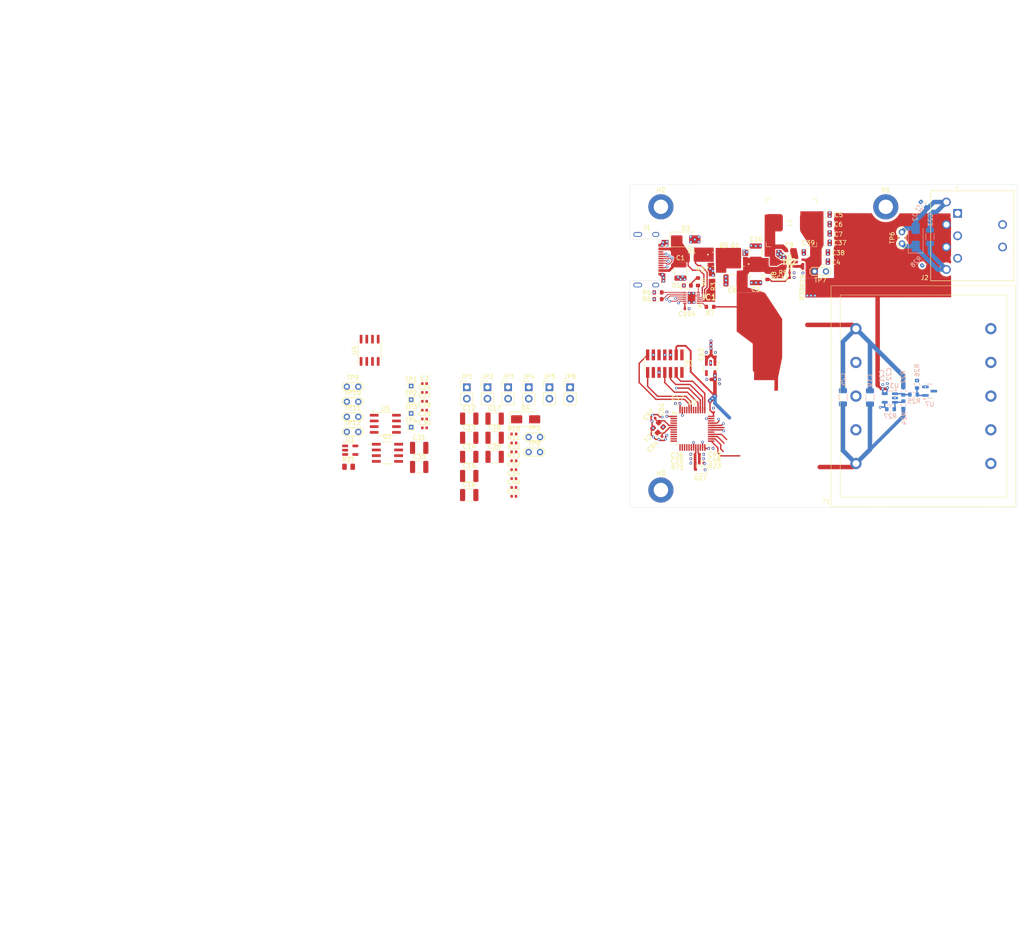
<source format=kicad_pcb>
(kicad_pcb
	(version 20241229)
	(generator "pcbnew")
	(generator_version "9.0")
	(general
		(thickness 1.6)
		(legacy_teardrops no)
	)
	(paper "A4")
	(layers
		(0 "F.Cu" signal)
		(4 "In1.Cu" signal)
		(6 "In2.Cu" signal)
		(2 "B.Cu" signal)
		(9 "F.Adhes" user "F.Adhesive")
		(11 "B.Adhes" user "B.Adhesive")
		(13 "F.Paste" user)
		(15 "B.Paste" user)
		(5 "F.SilkS" user "F.Silkscreen")
		(7 "B.SilkS" user "B.Silkscreen")
		(1 "F.Mask" user)
		(3 "B.Mask" user)
		(17 "Dwgs.User" user "User.Drawings")
		(19 "Cmts.User" user "User.Comments")
		(21 "Eco1.User" user "User.Eco1")
		(23 "Eco2.User" user "User.Eco2")
		(25 "Edge.Cuts" user)
		(27 "Margin" user)
		(31 "F.CrtYd" user "F.Courtyard")
		(29 "B.CrtYd" user "B.Courtyard")
		(35 "F.Fab" user)
		(33 "B.Fab" user)
		(39 "User.1" user)
		(41 "User.2" user)
		(43 "User.3" user)
		(45 "User.4" user)
	)
	(setup
		(stackup
			(layer "F.SilkS"
				(type "Top Silk Screen")
			)
			(layer "F.Paste"
				(type "Top Solder Paste")
			)
			(layer "F.Mask"
				(type "Top Solder Mask")
				(thickness 0.01)
			)
			(layer "F.Cu"
				(type "copper")
				(thickness 0.035)
			)
			(layer "dielectric 1"
				(type "prepreg")
				(thickness 0.1)
				(material "FR4")
				(epsilon_r 4.5)
				(loss_tangent 0.02)
			)
			(layer "In1.Cu"
				(type "copper")
				(thickness 0.035)
			)
			(layer "dielectric 2"
				(type "core")
				(thickness 1.24)
				(material "FR4")
				(epsilon_r 4.5)
				(loss_tangent 0.02)
			)
			(layer "In2.Cu"
				(type "copper")
				(thickness 0.035)
			)
			(layer "dielectric 3"
				(type "prepreg")
				(thickness 0.1)
				(material "FR4")
				(epsilon_r 4.5)
				(loss_tangent 0.02)
			)
			(layer "B.Cu"
				(type "copper")
				(thickness 0.035)
			)
			(layer "B.Mask"
				(type "Bottom Solder Mask")
				(thickness 0.01)
			)
			(layer "B.Paste"
				(type "Bottom Solder Paste")
			)
			(layer "B.SilkS"
				(type "Bottom Silk Screen")
			)
			(copper_finish "None")
			(dielectric_constraints no)
		)
		(pad_to_mask_clearance 0)
		(allow_soldermask_bridges_in_footprints no)
		(tenting front back)
		(pcbplotparams
			(layerselection 0x00000000_00000000_55555555_5755f5ff)
			(plot_on_all_layers_selection 0x00000000_00000000_00000000_00000000)
			(disableapertmacros no)
			(usegerberextensions no)
			(usegerberattributes yes)
			(usegerberadvancedattributes yes)
			(creategerberjobfile yes)
			(dashed_line_dash_ratio 12.000000)
			(dashed_line_gap_ratio 3.000000)
			(svgprecision 4)
			(plotframeref no)
			(mode 1)
			(useauxorigin no)
			(hpglpennumber 1)
			(hpglpenspeed 20)
			(hpglpendiameter 15.000000)
			(pdf_front_fp_property_popups yes)
			(pdf_back_fp_property_popups yes)
			(pdf_metadata yes)
			(pdf_single_document no)
			(dxfpolygonmode yes)
			(dxfimperialunits yes)
			(dxfusepcbnewfont yes)
			(psnegative no)
			(psa4output no)
			(plot_black_and_white yes)
			(sketchpadsonfab no)
			(plotpadnumbers no)
			(hidednponfab no)
			(sketchdnponfab yes)
			(crossoutdnponfab yes)
			(subtractmaskfromsilk no)
			(outputformat 1)
			(mirror no)
			(drillshape 1)
			(scaleselection 1)
			(outputdirectory "")
		)
	)
	(net 0 "")
	(net 1 "GND")
	(net 2 "V_USB")
	(net 3 "15V")
	(net 4 "5V")
	(net 5 "9VAC2")
	(net 6 "9VAC1")
	(net 7 "V_REF = 2.048 | 2.5 | 2.9")
	(net 8 "9VAC_OUT2")
	(net 9 "9VAC_OUT1")
	(net 10 "3.3V")
	(net 11 "VDDA")
	(net 12 "Net-(IC1-V5V)")
	(net 13 "Net-(D1-A)")
	(net 14 "Net-(IC1-VOUT)")
	(net 15 "Net-(IC1-VSEL)")
	(net 16 "unconnected-(IC1-FLIP-Pad6)")
	(net 17 "DN")
	(net 18 "Net-(IC1-PWR_EN)")
	(net 19 "Net-(IC1-LED)")
	(net 20 "Net-(IC1-VCC)")
	(net 21 "Net-(IC1-ISEL)")
	(net 22 "DP")
	(net 23 "CC1")
	(net 24 "CC2")
	(net 25 "unconnected-(J1-SBU1-PadA8)")
	(net 26 "unconnected-(J1-SBU2-PadB8)")
	(net 27 "NRST")
	(net 28 "JTDI")
	(net 29 "VCP_TX")
	(net 30 "unconnected-(J3-NC-Pad2)")
	(net 31 "JTMS")
	(net 32 "unconnected-(J3-NC-Pad1)")
	(net 33 "unconnected-(J3-JRCLK{slash}NC-Pad9)")
	(net 34 "VCP_RX")
	(net 35 "JTDO")
	(net 36 "Net-(Q1-Pad4)")
	(net 37 "Net-(Q1-Pad5_8)")
	(net 38 "G3")
	(net 39 "G4")
	(net 40 "G1")
	(net 41 "G2")
	(net 42 "Net-(U3-+)")
	(net 43 "Net-(U3--)")
	(net 44 "1.225V")
	(net 45 "OSC_OUT")
	(net 46 "PWM_G1")
	(net 47 "PWM_G2")
	(net 48 "PWM_G4")
	(net 49 "PWM_G3")
	(net 50 "unconnected-(U2-PA1-Pad9)")
	(net 51 "unconnected-(U2-PB9-Pad46)")
	(net 52 "unconnected-(U2-PC15-Pad4)")
	(net 53 "OSC_IN")
	(net 54 "unconnected-(U2-PA3-Pad11)")
	(net 55 "unconnected-(U2-PB4-Pad41)")
	(net 56 "unconnected-(U2-PB15-Pad29)")
	(net 57 "unconnected-(U2-PB0-Pad16)")
	(net 58 "unconnected-(U2-PB2-Pad18)")
	(net 59 "unconnected-(U2-PB5-Pad42)")
	(net 60 "9VAC_COMP_ADC")
	(net 61 "unconnected-(U2-PA2-Pad10)")
	(net 62 "unconnected-(U2-PA7-Pad15)")
	(net 63 "JTCLK")
	(net 64 "Net-(D4-A1)")
	(net 65 "unconnected-(U2-PA0-Pad8)")
	(net 66 "unconnected-(U2-PA6-Pad14)")
	(net 67 "unconnected-(U2-PC13-Pad2)")
	(net 68 "unconnected-(U2-PA12-Pad34)")
	(net 69 "Net-(JP1-A)")
	(net 70 "unconnected-(U2-PA5-Pad13)")
	(net 71 "unconnected-(U2-PB1-Pad17)")
	(net 72 "unconnected-(U2-PB10-Pad22)")
	(net 73 "unconnected-(U2-PC14-Pad3)")
	(net 74 "unconnected-(U2-PA4-Pad12)")
	(net 75 "ENABLE_DRVA")
	(net 76 "ENABLE_DRVB")
	(net 77 "CURRENT_COMP_ADC")
	(net 78 "unconnected-(U7-NC-Pad3)")
	(net 79 "unconnected-(U8-NC-Pad4)")
	(net 80 "Net-(D4-A2)")
	(net 81 "Net-(JP3-A)")
	(net 82 "Net-(IC2-SW)")
	(net 83 "Net-(IC2-VBST)")
	(net 84 "Net-(IC2-EN)")
	(net 85 "Net-(IC2-VFB)")
	(net 86 "Net-(U1-+)")
	(net 87 "Net-(JP4-A)")
	(net 88 "Net-(U4-OUTA)")
	(net 89 "Net-(U4-~{OUTB})")
	(net 90 "Net-(U5-OUTA)")
	(net 91 "Net-(U5-~{OUTB})")
	(net 92 "BOOT0")
	(footprint "custom:9VAC_TRANSF" (layer "F.Cu") (at 198.37 84.11))
	(footprint "Capacitor_SMD:C_1210_3225Metric" (layer "F.Cu") (at 103.0316 89.1208))
	(footprint "Capacitor_SMD:C_0805_2012Metric" (layer "F.Cu") (at 176.1823 54.18075))
	(footprint "Capacitor_SMD:C_0805_2012Metric" (layer "F.Cu") (at 176.5887 50.01515))
	(footprint "LED_SMD:LED_0603_1608Metric" (layer "F.Cu") (at 145.89 59.51))
	(footprint "Capacitor_SMD:C_0402_1005Metric" (layer "F.Cu") (at 107.2916 102.4608))
	(footprint "Capacitor_SMD:C_0402_1005Metric" (layer "F.Cu") (at 150.694499 80.3977 180))
	(footprint "ap33771c:SON40P300X300X80-15N-D" (layer "F.Cu") (at 146.8175 62.23675 180))
	(footprint "MountingHole:MountingHole_3.2mm_M3_DIN965_Pad_TopBottom" (layer "F.Cu") (at 190 42))
	(footprint "Resistor_SMD:R_0603_1608Metric" (layer "F.Cu") (at 139.3523 61.03875 180))
	(footprint "Capacitor_SMD:C_0805_2012Metric" (layer "F.Cu") (at 176.573499 43.71595))
	(footprint "Resistor_SMD:R_0402_1005Metric" (layer "F.Cu") (at 151.5951 57.738749 -90))
	(footprint "Capacitor_SMD:C_0402_1005Metric" (layer "F.Cu") (at 87.4366 85.2628))
	(footprint "Capacitor_SMD:C_0402_1005Metric" (layer "F.Cu") (at 149.0422 98.027))
	(footprint "Package_SO:SOIC-8_3.9x4.9mm_P1.27mm" (layer "F.Cu") (at 75.2348 73.914 90))
	(footprint "Resistor_SMD:R_0402_1005Metric" (layer "F.Cu") (at 171.5595 54.284349 -90))
	(footprint "Capacitor_SMD:C_0402_1005Metric" (layer "F.Cu") (at 138.3742 89.3402 45))
	(footprint "Resistor_SMD:R_0603_1608Metric" (layer "F.Cu") (at 146.8707 53.31715))
	(footprint "Connector_PinHeader_2.54mm:PinHeader_1x02_P2.54mm_Vertical" (layer "F.Cu") (at 101.4416 82.1508))
	(footprint "Resistor_SMD:R_0402_1005Metric" (layer "F.Cu") (at 171.5595 56.21275 -90))
	(footprint "TestPoint:TestPoint_THTPad_1.0x1.0mm_Drill0.5mm" (layer "F.Cu") (at 84.4766 84.9128))
	(footprint "Diode_SMD:D_SMA" (layer "F.Cu") (at 145.531099 49.25315))
	(footprint "Connector_PinHeader_2.54mm:PinHeader_1x02_P2.54mm_Vertical" (layer "F.Cu") (at 110.6216 82.1508))
	(footprint "Capacitor_SMD:C_0402_1005Metric" (layer "F.Cu") (at 150.084899 74.8605 90))
	(footprint "TestPoint:TestPoint_2Pads_Pitch2.54mm_Drill0.8mm" (layer "F.Cu") (at 70.1766 85.3628))
	(footprint "TestPoint:TestPoint_THTPad_1.0x1.0mm_Drill0.5mm" (layer "F.Cu") (at 84.4766 81.8628))
	(footprint "DI025N06PT:TRANS_DI025N06PT-AQ" (layer "F.Cu") (at 157.1055 53.68255 180))
	(footprint "Capacitor_SMD:C_0402_1005Metric" (layer "F.Cu") (at 87.4366 83.2928))
	(footprint "Connector_PinHeader_2.54mm:PinHeader_1x02_P2.54mm_Vertical" (layer "F.Cu") (at 96.8516 82.1508))
	(footprint "Capacitor_SMD:C_0402_1005Metric" (layer "F.Cu") (at 87.4366 87.2328))
	(footprint "Capacitor_SMD:C_0805_2012Metric" (layer "F.Cu") (at 172.7279 52.14875 180))
	(footprint "Capacitor_SMD:C_0402_1005Metric" (layer "F.Cu") (at 152.116899 74.8833 90))
	(footprint "Capacitor_SMD:C_0402_1005Metric" (layer "F.Cu") (at 147.1398 98.027 180))
	(footprint "Capacitor_SMD:C_1210_3225Metric" (layer "F.Cu") (at 97.3816 106.1208))
	(footprint "Resistor_SMD:R_0402_1005Metric" (layer "F.Cu") (at 149.0422 98.9922 180))
	(footprint "Capacitor_SMD:C_1210_3225Metric" (layer "F.Cu") (at 97.3816 101.8708))
	(footprint "Package_QFP:LQFP-48_7x7mm_P0.5mm"
		(layer "F.Cu")
		(uuid "591eea2c-7002-439b-99dd-a27b48041182")
		(at 147.0102 91.3722)
		(descr "LQFP, 48 Pin (JEDEC MS-026 variation BBC, 1.40mm body thickness, https://www.jedec.org/document_search?search_api_views_fulltext=MS-026, https://www.analog.com/media/en/package-pcb-resources/package/pkg_pdf/ltc-legacy-lqfp/05081760_a_lx48.pdf), generated with kicad-footprint-generator ipc_gullwing_generator.py")
		(tags "LQFP QFP CASE-932AA CASE-932-03 C48-1 C48-2 C48-3 C48-5 C48-6 C48-6C PT0048A")
		(property "Reference" "U2"
			(at 0 -5.85 0)
			(layer "F.SilkS")
			(uuid "a86a8554-a36c-49c7-9807-7aeef648cc4c")
			(effects
				(font
					(size 1 1)
					(thickness 0.15)
				)
			)
		)
		(property "Value" "STM32G474CBTx"
			(at 0 5.85 0)
			(layer "F.Fab")
			(uuid "ce8f97fb-2e74-440e-90c7-c1f0a5190e10")
			(effects
				(font
					(size 1 1)
					(thickness 0.15)
				)
			)
		)
		(property "Datasheet" "https://www.st.com/resource/en/datasheet/stm32g474cb.pdf"
			(at 0 0 0)
			(layer "F.Fab")
			(hide yes)
			(uuid "84f65c32-ceb6-448c-86ba-1a892f5c0bff")
			(effects
				(font
					(size 1.27 1.27)
					(thickness 0.15)
				)
			)
		)
		(property "Description" "STMicroelectronics Arm Cortex-M4 MCU, 128KB flash, 128KB RAM, 170 MHz, 1.71-3.6V, 38 GPIO, LQFP48"
			(at 0 0 0)
			(layer "F.Fab")
			(hide yes)
			(uuid "74f7aae0-6375-490b-a228-c46f2c9feb2a")
			(effects
				(font
					(size 1.27 1.27)
					(thickness 0.15)
				)
			)
		)
		(property "MPN" "STM32G474CBT6"
			(at 0 0 0)
			(unlocked yes)
			(layer "F.Fab")
			(hide yes)
			(uuid "d9739a93-e6ac-4cf2-ac5f-8a672eac9261")
			(effects
				(font
					(size 1 1)
					(thickness 0.15)
				)
			)
		)
		(property ki_fp_filters "LQFP*7x7mm*P0.5mm*")
		(path "/80a84902-ed05-4614-8d6e-01e93b2555f2")
		(sheetname "/")
		(sheetfile "c64psu.kicad_sch")
		(attr smd)
		(fp_line
			(start -3.61 -3.61)
			(end -3.61 -3.16)
			(stroke
				(width 0.12)
				(type solid)
			)
			(layer "F.SilkS")
			(uuid "fab39b72-ae0e-4c37-8caf-994b6c6453b0")
		)
		(fp_line
			(start -3.61 3.61)
			(end -3.61 3.16)
			(stroke
				(width 0.12)
				(type solid)
			)
			(layer "F.SilkS")
			(uuid "7ca06de4-4a47-4df6-9f24-093f720724ab")
		)
		(fp_line
			(start -3.16 -3.61)
			(end -3.61 -3.61)
			(stroke
				(width 0.12)
				(type solid)
			)
			(layer "F.SilkS")
			(uuid "c3cd16a7-ace9-4443-9151-9a76ff152d3c")
		)
		(fp_line
			(start -3.16 3.61)
			(end -3.61 3.61)
			(stroke
				(width 0.12)
				(type solid)
			)
			(layer "F.SilkS")
			(uuid "0e63d3c4-b598-49d6-97b7-3e0cec43864a")
		)
		(fp_line
			(start 3.16 -3.61)
			(end 3.61 -3.61)
			(stroke
				(width 0.12)
				(type solid)
			)
			(layer "F.SilkS")
			(uuid "30d67e6b-8b34-48d1-88bb-1220cf43ae51")
		)
		(fp_line
			(start 3.16 3.61)
			(end 3.61 3.61)
			(stroke
				(width 0.12)
				(type solid)
			)
			(layer "F.SilkS")
			(uuid "28c43f33-c018-407b-9a45-6de02a76519d")
		)
		(fp_line
			(start 3.61 -3.61)
			(end 3.61 -3.16)
			(stroke
				(width 0.12)
				(type solid)
			)
			(layer "F.SilkS")
			(uuid "338967d2-83fc-486c-8d3c-0db25d853b0d")
		)
		(fp_line
			(start 3.61 3.61)
			(end 3.61 3.16)
			(stroke
				(width 0.12)
				(type solid)
			)
			(layer "F.SilkS")
			(uuid "9a13526a-dcac-4a20-8329-f3c7f11d0622")
		)
		(fp_poly
			(pts
				(xy -4.2 -3.16) (xy -4.54 -3.63) (xy -3.86 -3.63)
			)
			(stroke
				(width 0.12)
				(type solid)
			)
			(fill yes)
			(layer "F.SilkS")
			(uuid "f513ce7f-c14f-46b6-b886-49e0cfa42ae7")
		)
		(fp_line
			(start -5.15 -3.15)
			(end -3.75 -3.15)
			(stroke
				(width 0.05)
				(type solid)
			)
			(layer "F.CrtYd")
			(uuid "4b2985a1-093b-45d8-bcbd-3ebbe117b4d4")
		)
		(fp_line
			(start -5.15 3.15)
			(end -5.15 -3.15)
			(stroke
				(width 0.05)
				(type solid)
			)
			(layer "F.CrtYd")
			(uuid "97e26b6f-81db-4bad-99c3-6e30a488a96a")
		)
		(fp_line
			(start -3.75 -3.75)
			(end -3.15 -3.75)
			(stroke
				(width 0.05)
				(type solid)
			)
			(layer "F.CrtYd")
			(uuid "f9dd3182-7466-4dfe-99f8-4e333410ecb2")
		)
		(fp_line
			(start -3.75 -3.15)
			(end -3.75 -3.75)
			(stroke
				(width 0.05)
				(type solid)
			)
			(layer "F.CrtYd")
			(uuid "9e4b94b3-ab70-42a6-b099-041808900748")
		)
		(fp_line
			(start -3.75 3.15)
			(end -5.15 3.15)
			(stroke
				(width 0.05)
				(type solid)
			)
			(layer "F.CrtYd")
			(uuid "e09457aa-f8c8-4394-b3a2-7e65dcb40c9a")
		)
		(fp_line
			(start -3.75 3.75)
			(end -3.75 3.15)
			(stroke
				(width 0.05)
				(type solid)
			)
			(layer "F.CrtYd")
			(uuid "ace79fae-4c03-4f6e-ab22-66c0afafc08f")
		)
		(fp_line
			(start -3.15 -5.15)
			(end 3.15 -5.15)
			(stroke
				(width 0.05)
				(type solid)
			)
			(layer "F.CrtYd")
			(uuid "66fb21c4-3d0d-4665-a94d-c1e912f2c9e1")
		)
		(fp_line
			(start -3.15 -3.75)
			(end -3.15 -5.15)
			(stroke
				(width 0.05)
				(type solid)
			)
			(layer "F.CrtYd")
			(uuid "ceb9f550-af4a-45a5-8d58-5c2b0328d6e9")
		)
		(fp_line
			(start -3.15 3.75)
			(end -3.75 3.75)
			(stroke
				(width 0.05)
				(type solid)
			)
			(layer "F.CrtYd")
			(uuid "58cb53f0-6b01-4e53-98e6-eceba3c14dc8")
		)
		(fp_line
			(start -3.15 5.15)
			(end -3.15 3.75)
			(stroke
				(width 0.05)
				(type solid)
			)
			(layer "F.CrtYd")
			(uuid "7ea9e9d6-2f59-46b8-b031-304f261700a4")
		)
		(fp_line
			(start 3.15 -5.15)
			(end 3.15 -3.75)
			(stroke
				(width 0.05)
				(type solid)
			)
			(layer "F.CrtYd")
			(uuid "1e145c40-018d-435e-aff7-1283ea34291b")
		)
		(fp_line
			(start 3.15 -3.75)
			(end 3.75 -3.75)
			(stroke
				(width 0.05)
				(type solid)
			)
			(layer "F.CrtYd")
			(uuid "1483f3d1-7eb5-4818-830f-7db98d2ea4ad")
		)
		(fp_line
			(start 3.15 3.75)
			(end 3.15 5.15)
			(stroke
				(width 0.05)
				(type solid)
			)
			(layer "F.CrtYd")
			(uuid "bde9c7c7-1995-434b-9746-eaecb441d910")
		)
		(fp_line
			(start 3.15 5.15)
			(end -3.15 5.15)
			(stroke
				(width 0.05)
				(type solid)
			)
			(layer "F.CrtYd")
			(uuid "69953de8-b0ff-4e22-86bd-a33a1231fc38")
		)
		(fp_line
			(start 3.75 -3.75)
			(end 3.75 -3.15)
			(stroke
				(width 0.05)
				(type solid)
			)
			(layer "F.CrtYd")
			(uuid "850971ca-bf7d-4d24-8100-164ecf0982d1")
		)
		(fp_line
			(start 3.75 -3.15)
			(end 5.15 -3.15)
			(stroke
				(width 0.05)
				(type solid)
			)
			(layer "F.CrtYd")
			(uuid "387fe05b-fbd4-481e-ac04-2f4d7e9473e0")
		)
		(fp_line
			(start 3.75 3.15)
			(end 3.75 3.75)
			(stroke
				(width 0.05)
				(type solid)
			)
			(layer "F.CrtYd")
			(uuid "86bc6e5a-4ba5-4262-b31f-68e0c88891d5")
		)
		(fp_line
			(start 3.75 3.75)
			(end 3.15 3.75)
			(stroke
				(width 0.05)
				(type solid)
			)
			(layer "F.CrtYd")
			(uuid "19ad32a6-d2e5-40a2-a63d-22244eeeea0a")
		)
		(fp_line
			(start 5.15 -3.15)
			(end 5.15 3.15)
			(stroke
				(width 0.05)
				(type solid)
			)
			(layer "F.CrtYd")
			(uuid "77fcb1dc-483a-43f9-bdf6-253a933f1637")
		)
		(fp_line
			(start 5.15 3.15)
			(end 3.75 3.15)
			(stroke
				(width 0.05)
				(type solid)
			)
			(layer "F.CrtYd")
			(uuid "64d137e7-32d5-4989-ae36-44046f8d1807")
		)
		(fp_line
			(start -3.5 -2.5)
			(end -2.5 -3.5)
			(stroke
				(width 0.1)
				(type solid)
			)
			(layer "F.Fab")
			(uuid "80b194f8-b23d-4c4f-9ee5-3343a9feb831")
		)
		(fp_line
			(start -3.5 3.5)
			(end -3.5 -2.5)
			(stroke
				(width 0.1)
				(type solid)
			)
			(layer "F.Fab")
			(uuid "0548070c-e84f-44c1-9f80-891c10bfa6d3")
		)
		(fp_line
			(start -2.5 -3.5)
			(end 3.5 -3.5)
			(stroke
				(width 0.1)
				(type solid)
			)
			(layer "F.Fab")
			(uuid "6d40325b-3243-4e69-b420-ad33455e03af")
		)
		(fp_line
			(start 3.5 -3.5)
			(end 3.5 3.5)
			(stroke
				(width 0.1)
				(type solid)
			)
			(layer "F.Fab")
			(uuid "efd9702a-b50e-46f4-b24c-a83c667dea37")
		)
		(fp_line
			(start 3.5 3.5)
			(end -3.5 3.5)
			(stroke
				(width 0.1)
				(type solid)
			)
			(layer "F.Fab")
			(uuid "2f5e6562-26de-4cb9-b975-c8f33d5d617b")
		)
		(fp_text user "${REFERENCE}"
			(at 0 0 0)
			(layer "F.Fab")
			(uuid "78ff8d57-9c06-4834-b2ab-04fad271baf1")
			(effects
				(font
					(size 1 1)
					(thickness 0.15)
				)
			)
		)
		(pad "1" smd roundrect
			(at -4.1625 -2.75)
			(size 1.475 0.3)
			(layers "F.Cu" "F.Mask" "F.Paste")
			(roundrect_rratio 0.25)
			(net 10 "3.3V")
			(pinfunction "VBAT")
			(pintype "power_in")
			(uuid "1c2bf669-1595-442d-9f1f-7e9c7985fe0c")
		)
		(pad "2" smd roundrect
			(at -4.1625 -2.25)
			(size 1.475 0.3)
			(layers "F.Cu" "F.Mask" "F.Paste")
			(roundrect_rratio 0.25)
			(net 67 "unconnected-(U2-PC13-Pad2)")
			(pinfunction "PC13")
			(pintype "bidirectional")
			(uuid "94804157-0a92-4011-ac75-a7cee12ea891")
		)
		(pad "3" smd roundrect
			(at -4.1625 -1.75)
			(size 1.475 0.3)
			(layers "F.Cu" "F.Mask" "F.Paste")
			(roundrect_rratio 0.25)
			(net 73 "unconnected-(U2-PC14-Pad3)")
			(pinfunction "PC14")
			(pintype "bidirectional")
			(uuid "df8a0512-6af9-4064-8213-cf5b561da99d")
		)
		(pad "4" smd roundrect
			(at -4.1625 -1.25)
			(size 1.475 0.3)
			(layers "F.Cu" "F.Mask" "F.Paste")
			(roundrect_rratio 0.25)
			(net 52 "unconnected-(U2-PC15-Pad4)")
			(pinfunction "PC15")
			(pintype "bidirectional")
			(uuid "13fd4b72-5818-4862-8f27-c37070faa54a")
		)
		(pad "5" smd roundrect
			(at -4.1625 -0.75)
			(size 1.475 0.3)
			(layers "F.Cu" "F.Mask" "F.Paste")
			(roundrect_rratio 0.25)
			(net 53 "OSC_IN")
			(pinfunction "PF0")
			(pintype "bidirectional")
			(uuid "71557305-28fd-4576-9ebc-9713c1b9ba8e")
		)
		(pad "6" smd roundrect
			(at -4.1625 -0.25)
			(size 1.475 0.3)
			(layers "F.Cu" "F.Mask" "F.Paste")
			(roundrect_rratio 0.25)
			(net 45 "OSC_OUT")
			(pinfunction "PF1")
			(pintype "bidirectional")
			(uuid "d6de06d0-0be0-4e99-b12d-f89a7bf9cfad")
		)
		(pad "7" smd roundrect
			(at -4.1625 0.25)
			(size 1.475 0.3)
			(layers "F.Cu" "F.Mask" "F.Paste")
			(roundrect_rratio 0.25)
			(net 27 "NRST")
			(pinfunction "PG10")
			(pintype "bidirectional")
			(uuid "720d593a-0c8a-49c2-9122-89a0c5cfd4fd")
		)
		(pad "8" smd roundrect
			(at -4.1625 0.75)
			(size 1.475 0.3)
			(layers "F.Cu" "F.Mask" "F.Paste")
			(roundrect_rratio 0.25)
			(net 65 "unconnected-(U2-PA0-Pad8)")
			(pinfunction "PA0")
			(pintype "bidirectional")
			(uuid "8008a418-846d-4a28-9ba7-86cfa364d902")
		)
		(pad "9" smd roundrect
			(at -4.1625 1.25)
			(size 1.475 0.3)
			(layers "F.Cu" "F.Mask" "F.Paste")
			(roundrect_rratio 0.25)
			(net 50 "unconnected-(U2-PA1-Pad9)")
			(pinfunction "PA1")
			(pintype "bidirectional")
			(uuid "04bf18ec-9971-4402-9121-aeb1747c6571")
		)
		(pad "10" smd roundrect
			(at -4.1625 1.75)
			(size 1.475 0.3)
			(layers "F.Cu" "F.Mask" "F.Paste")
			(roundrect_rratio 0.25)
			(net 61 "unconnected-(U2-PA2-Pad10)")
			(pinfunction "PA2")
			(pintype "bidirectional")
			(uuid "6dd2833c-aabc-47e8-9ea5-70a40ee82591")
		)
		(pad "11" smd roundrect
			(at -4.1625 2.25)
			(size 1.475 0.3)
			(layers "F.Cu" "F.Mask" "F.Paste")
			(roundrect_rratio 0.25)
			(net 54 "unconnected-(U2-PA3-Pad11)")
			(pinfunction "PA3")
			(pintype "bidirectional")
			(uuid "31d20303-cbae-430e-986a-df7a07540b99")
		)
		(pad "12" smd roundrect
			(at -4.1625 2.75)
			(size 1.475 0.3)
			(layers "F.Cu" "F.Mask" "F.Paste")
			(roundrect_rratio 0.25)
			(net 74 "unconnected-(U2-PA4-Pad12)")
			(pinfunction "PA4")
			(pintype "bidirectional")
			(uuid "faf0be4f-bd5e-4444-b4dc-faef7d1c049c")
		)
		(pad "13" smd roundrect
			(at -2.75 4.1625)
			(size 0.3 1.475)
			(layers "F.Cu" "F.Mask" "F.Paste")
			(roundrect_rratio 0.25)
			(net 70 "unconnected-(U2-PA5-Pad13)")
			(pinfunction "PA5")
			(pintype "bidirectional")
			(uuid "af67d401-6592-4c54-be18-593c692e6ae0")
		)
		(pad "14" smd roundrect
			(at -2.25 4.1625)
			(size 0.3 1.475)
			(layers "F.Cu" "F.Mask" "F.Paste")
			(roundrect_rratio 0.25)
			(net 66 "unconnected-(U2-PA6-Pad14)")
			(pinfunction "PA6")
			(pintype "bidirectional")
			(uuid "85f243ae-71b3-4391-ae9f-6fb982ac6b6b")
		)
		(pad "15" smd roundrect
			(at -1.75 4.1625)
			(size 0.3 1.475)
			(layers "F.Cu" "F.Mask" "F.Paste")
			(roundrect_rratio 0.25)
			(net 62 "unconnected-(U2-PA7-Pad15)")
			(pinfunction "PA7")
			(pintype "bidirectional")
			(uuid "6f520a2c-9cc2-4dca-8965-1b5785783209")
		)
		(pad "16" smd roundrect
			(at -1.25 4.1625)
			(size 0.3 1.475)
			(layers "F.Cu" "F.Mask" "F.Paste")
			(roundrect_rratio 0.25)
			(net 57 "unconnected-(U2-PB0-Pad16)")
			(pinfunction "PB0")
			(pintype "bidirectional")
			(uuid "465f2d85-b8dd-4475-acce-b17d5d2d68e0")
		)
		(pad "17" smd roundrect
			(at -0.75 4.1625)
			(size 0.3 1.475)
			(layers "F.Cu" "F.Mask" "F.Paste")
			(roundrect_rratio 0.25)
			(net 71 "unconnected-(U2-PB1-Pad17)")
			(pinfunction "PB1")
			(pintype "bidirectional")
			(uuid "d2d06395-6a9e-448c-a11d-00f69269b1fd")
		)
		(pad "18" smd roundrect
			(at -0.25 4.1625)
			(size 0.3 1.475)
			(layers "F.Cu" "F.Mask" "F.Paste")
			(roundrect_rratio 0.25)
			(net 58 "unconnected-(U2-PB2-Pad18)")
			(pinfunction "PB2")
			(pintype "bidirectional")
			(uuid "5d14ac40-c5d7-4f28-8ddb-483afc496b36")
		)
		(pad "19" smd roundrect
			(at 0.25 4.1625)
			(size 0.3 1.475)
			(layers "F.Cu" "F.Mask" "F.Paste")
			(roundrect_rratio 0.25)
			(net 1 "GND")
			(pinfunction "VSSA")
			(pintype "power_in")
			(uuid "7ed467f2-4fde-43bd-ac24-6fbc598e5fe7")
		)
		(pad "20" smd roundrect
			(at 0.75 4.1625)
			(size 0.3 1.475)
			(layers "F.Cu" "F.Mask" "F.Paste")
			(roundrect_rratio 0.25)
			(net 7 "V_REF = 2.048 | 2.5 | 2.9")
			(pinfunction "VREF+")
			(pintype "input")
			(uuid "766e7fa4-5c4b-40d8-8b8c-1a4dcdfe3c8f")
		)
		(pad "21" smd roundrect
			(at 1.25 4.1625)
			(size 0.3 1.475)
			(layers "F.Cu" "F.Mask" "F.Paste")
			(roundrect_rratio 0.25)
			(net 11 "VDDA")
			(pinfunction "VDDA")
			(pintype "power_in")
			(uuid "0c317437-78ff-46eb-8cfa-f8f4080436d1")
		)
		(pad "22" smd roundrect
			(at 1.75 4.1625)
			(size 0.3 1.475)
			(layers "F.Cu" "F.Mask" "F.Paste")
			(roundrect_rratio 0.25)
			(net 72 "unconnected-(U2-PB10-Pad22)")
			(pinfunction "PB10")
			(pintype "bidirectional")
			(uuid "d7664fda-5617-486e-a5db-ab365751451a")
		)
		(pad "23" smd roundrect
			(at 2.25 4.1625)
			(size 0.3 1.475)
			(layers "F.Cu" "F.Mask" "F.Paste")
			(roundrect_rratio 0.25)
			(net 1 "GND")
			(pinfunction "VSS")
			(pintype "power_in")
			(uuid "82bfee81-27c8-4a82-a114-657c502ebe27")
		)
		(pad "24" smd roundrect
			(at 2.75 4.1625)
			(size 0.3 1.475)
			(layers "F.Cu" "F.Mask" "F.Paste")
			(roundrect_rratio 0.25)
			(net 10 "3.3V")
			(pinfunction "VDD")
			(pintype "power_in")
			(uuid "b5c205ad-f277-478b-94f8-e117a7abeca6")
		)
		(pad "25" smd roundrect
			(at 4.1625 2.75)
			(size 1.475 0.3)
			(layers "F.Cu" "F.Mask" "F.Paste")
			(roundrect_rratio 0.25)
			(net 75 "ENABLE_DRVA")
			(pinfunction "PB11")
			(pintype "bidirectional")
			(uuid "7c0e85df-f658-4618-a454-30d6ff0275b2")
		)
		(pad "26" smd roundrect
			(at 4.1625 2.25)
			(size 1.475 0.3)
			(layers "F.Cu" "F.Mask" "F.Paste")
			(roundrect_rratio 0.25)
			(net 76 "ENABLE_DRVB")
			(pinfunction "PB12")
			(pintype "bidirectional")
			(uuid "40e92b78-0b60-442e-8035-5a6d194c465d")
		)
		(pad "27" smd roundrect
			(at 4.1625 1.75)
			(size 1.475 0.3)
			(layers "F.Cu" "F.Mask" "F.Paste")
			(roundrect_rratio 0.25)
			(net 60 "9VAC_COMP_ADC")
			(pinfunction "PB13")
			(pintype "bidirectional")
			(uuid "c8f72e33-0e6a-4e70-bedc-228925145539")
		)
		(pad "28" smd roundrect
			(at 4.1625 1.25)
			(size 1.475 0.3)
			(layers "F.Cu" "F.Mask" "F.Paste")
			(roundrect_rratio 0.25)
			(net 77 "CURRENT_COMP_ADC")
			(pinfunction "PB14")
			(pintype "bidirectional")
			(uuid "8b8d8d2d-f035-4ac4-84ee-b0fedb46116f")
		)
		(pad "29" smd roundrect
			(at 4.1625 0.75)
			(size 1.475 0.3)
			(layers "F.Cu" "F.Mask" "F.Paste")
			(roundrect_rratio 0.25)
			(net 56 "unconnected-(U2-PB15-Pad29)")
			(pinfunction "PB15")
			(pintype "bidirectional")
			(uuid "3eb967cd-1160-4325-b179-7364235e9acd")
		)
		(pad "30" smd roundrect
			(at 4.1625 0.25)
			(size 1.475 0.3)
			(layers "F.Cu" "F.Mask" "F.Paste")
			(roundrect_rratio 0.25)
			(net 49 "PWM_G3")
			(pinfunction "PA8")
			(pintype "bidirectional")
			(uuid "a21266fb-74d1-453e-b5e9-c8f36efff162")
		)
		(pad "31" smd roundrect
			(at 4.1625 -0.25)
			(size 1.475 0.3)
			(layers "F.Cu" "F.Mask" "F.Paste")
			(roundrect_rratio 0.25)
			(net 48 "PWM_G4")
			(pinfunction "PA9")
			(pintype "bidirectional")
			(uuid "33b67f4e-8cc1-495c-ab03-4c5c3ea67f01")
		)
		(pad "32" smd roundrect
			(at 4.1625 -0.75)
			(size 1.475 0.3)
			(layers "F.Cu" "F.Mask" "F.Paste")
			(roundrect_rratio 0.25)
			(net 46 "PWM_G1")
			(pinfunction "PA10")
			(pintype "bidirectional")
			(uuid "957a97ee-3f41-47b1-aae0-2ac73ec9836f")
		)
		(pad "33" smd roundrect
			(at 4.1625 -1.25)
			(size 1.475 0.3)
			(layers "F.Cu" "F.Mask" "F.Paste")
			(roundrect_rratio 0.25)
			(net 47 "PWM_G2")
			(pinfunction "PA11")
			(pintype "bidirectional")
			(uuid "2a3f75b2-aa30-4fbd-bb42-034c5bce7faf")
		)
		(pad "34" smd roundrect
			(at 4.1625 -1.75)
			(size 1.475 0.3)
			(layers "F.Cu" "F.Mask" "F.Paste")
			(roundrect_rratio 0.25)
			(net 68 "unconnected-(U2-PA12-Pad34)")
			(pinfunction "PA12")
			(pintype "bidirectional")
			(uuid "9ed2dc5a-b088-4103-afad-55083e70d5d7")
		)
		(pad "35" smd roundrect
			(at 4.1625 -2.25)
			(size 1.475 0.3)
			(layers "F.Cu" "F.Mask" "F.Paste")
			(roundrect_rratio 0.25)
			(net 1 "GND")
			(pinfunction "VSS")
			(pintype "passive")
			(uuid "543148de-c271-4fb0-8958-4625ba793446")
		)
		(pad "36" smd roundrect
			(at 4.1625 -2.75)
			(size 1.475 0.3)
			(layers "F.Cu" "F.Mask" "F.Paste")
			(roundrect_rratio 0.25)
			(net 10 "3.3V")
			(pinfunction "VDD")
			(pintype "power_in")
			(uuid "44a97cd3-eaf9-474e-ba68-ab7867095197")
		)
		(pad "37" smd roundrect
			(at 2.75 -4.1625)
			(size 0.3 1.475)
			(layers "F.Cu" "F.Mask" "F.Paste")
			(roundrect_rratio 0.25)
			(net 31 "JTMS")
			(pinfunction "PA13")
			(pintype "bidirectional")
			(uuid "6abff41c-5432-45c5-a390-cce4b3274e86")
		)
		(pad "38" smd roundrect
			(at 2.25 -4.1625)
			(size 0.3 1.475)
			(layers "F.Cu" "F.Mask" "F.Paste")
			(roundrect_rratio 0.25)
			(net 63 "JTCLK")
			(pinfunction "PA14")
			(pintype "bidirectional")
			(uuid "afa7151d-6db3-48f6-a796-10e52e024b27")
		)
		(pad "39" smd roundrect
			(at 1.75 -4.1625)
			(size 0.3 1.475)
			(layers "F.Cu" "F.Mask" "F.Paste")
			(roundrect_rratio 0.25)
			(net 28 "JTDI")
			(pinfunction "PA15")
			(pintype "bidirectional")
			(uuid "c818907c-ff96-4d6d-b339-f40e0dc3062a")
		)
		(pad "40" smd roundrect
			(at 1.25 -4.1625)
			(size 0.3 1.475)
			(layers "F.Cu" "F.Mask" "F.Paste")
			(roundrect_rratio 0.25)
			(net 35 "JTDO")
			(pinfunction "PB3")
			(pintype "bidirectional")
			(uuid "282dbcdd-2184-428c-94cb-dccc37001ec4")
		)
		(pad "41" smd roundrect
			(at 0.75 -4.1625)
			(size 0.3 1.475)
			(layers "F.Cu" "F.Mask" "F.Paste")
			(roundrect_rratio 0.25)
			(net 55 "unconnected-(U2-PB4-Pad41)")
			(pinfunction "PB4")
			(p
... [667301 chars truncated]
</source>
